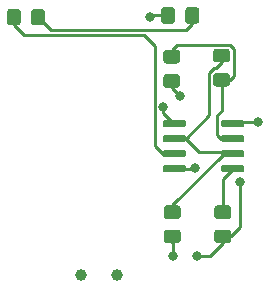
<source format=gbr>
G04 #@! TF.GenerationSoftware,KiCad,Pcbnew,(5.1.5)-3*
G04 #@! TF.CreationDate,2020-05-09T20:06:52-07:00*
G04 #@! TF.ProjectId,Rosie_SMD,526f7369-655f-4534-9d44-2e6b69636164,Version A2*
G04 #@! TF.SameCoordinates,Original*
G04 #@! TF.FileFunction,Copper,L1,Top*
G04 #@! TF.FilePolarity,Positive*
%FSLAX46Y46*%
G04 Gerber Fmt 4.6, Leading zero omitted, Abs format (unit mm)*
G04 Created by KiCad (PCBNEW (5.1.5)-3) date 2020-05-09 20:06:52*
%MOMM*%
%LPD*%
G04 APERTURE LIST*
%ADD10C,0.100000*%
%ADD11C,1.000000*%
%ADD12C,0.800000*%
%ADD13C,0.250000*%
G04 APERTURE END LIST*
G04 #@! TA.AperFunction,SMDPad,CuDef*
D10*
G36*
X125036105Y-106097204D02*
G01*
X125060373Y-106100804D01*
X125084172Y-106106765D01*
X125107271Y-106115030D01*
X125129450Y-106125520D01*
X125150493Y-106138132D01*
X125170199Y-106152747D01*
X125188377Y-106169223D01*
X125204853Y-106187401D01*
X125219468Y-106207107D01*
X125232080Y-106228150D01*
X125242570Y-106250329D01*
X125250835Y-106273428D01*
X125256796Y-106297227D01*
X125260396Y-106321495D01*
X125261600Y-106345999D01*
X125261600Y-106996001D01*
X125260396Y-107020505D01*
X125256796Y-107044773D01*
X125250835Y-107068572D01*
X125242570Y-107091671D01*
X125232080Y-107113850D01*
X125219468Y-107134893D01*
X125204853Y-107154599D01*
X125188377Y-107172777D01*
X125170199Y-107189253D01*
X125150493Y-107203868D01*
X125129450Y-107216480D01*
X125107271Y-107226970D01*
X125084172Y-107235235D01*
X125060373Y-107241196D01*
X125036105Y-107244796D01*
X125011601Y-107246000D01*
X124111599Y-107246000D01*
X124087095Y-107244796D01*
X124062827Y-107241196D01*
X124039028Y-107235235D01*
X124015929Y-107226970D01*
X123993750Y-107216480D01*
X123972707Y-107203868D01*
X123953001Y-107189253D01*
X123934823Y-107172777D01*
X123918347Y-107154599D01*
X123903732Y-107134893D01*
X123891120Y-107113850D01*
X123880630Y-107091671D01*
X123872365Y-107068572D01*
X123866404Y-107044773D01*
X123862804Y-107020505D01*
X123861600Y-106996001D01*
X123861600Y-106345999D01*
X123862804Y-106321495D01*
X123866404Y-106297227D01*
X123872365Y-106273428D01*
X123880630Y-106250329D01*
X123891120Y-106228150D01*
X123903732Y-106207107D01*
X123918347Y-106187401D01*
X123934823Y-106169223D01*
X123953001Y-106152747D01*
X123972707Y-106138132D01*
X123993750Y-106125520D01*
X124015929Y-106115030D01*
X124039028Y-106106765D01*
X124062827Y-106100804D01*
X124087095Y-106097204D01*
X124111599Y-106096000D01*
X125011601Y-106096000D01*
X125036105Y-106097204D01*
G37*
G04 #@! TD.AperFunction*
G04 #@! TA.AperFunction,SMDPad,CuDef*
G36*
X125036105Y-108147204D02*
G01*
X125060373Y-108150804D01*
X125084172Y-108156765D01*
X125107271Y-108165030D01*
X125129450Y-108175520D01*
X125150493Y-108188132D01*
X125170199Y-108202747D01*
X125188377Y-108219223D01*
X125204853Y-108237401D01*
X125219468Y-108257107D01*
X125232080Y-108278150D01*
X125242570Y-108300329D01*
X125250835Y-108323428D01*
X125256796Y-108347227D01*
X125260396Y-108371495D01*
X125261600Y-108395999D01*
X125261600Y-109046001D01*
X125260396Y-109070505D01*
X125256796Y-109094773D01*
X125250835Y-109118572D01*
X125242570Y-109141671D01*
X125232080Y-109163850D01*
X125219468Y-109184893D01*
X125204853Y-109204599D01*
X125188377Y-109222777D01*
X125170199Y-109239253D01*
X125150493Y-109253868D01*
X125129450Y-109266480D01*
X125107271Y-109276970D01*
X125084172Y-109285235D01*
X125060373Y-109291196D01*
X125036105Y-109294796D01*
X125011601Y-109296000D01*
X124111599Y-109296000D01*
X124087095Y-109294796D01*
X124062827Y-109291196D01*
X124039028Y-109285235D01*
X124015929Y-109276970D01*
X123993750Y-109266480D01*
X123972707Y-109253868D01*
X123953001Y-109239253D01*
X123934823Y-109222777D01*
X123918347Y-109204599D01*
X123903732Y-109184893D01*
X123891120Y-109163850D01*
X123880630Y-109141671D01*
X123872365Y-109118572D01*
X123866404Y-109094773D01*
X123862804Y-109070505D01*
X123861600Y-109046001D01*
X123861600Y-108395999D01*
X123862804Y-108371495D01*
X123866404Y-108347227D01*
X123872365Y-108323428D01*
X123880630Y-108300329D01*
X123891120Y-108278150D01*
X123903732Y-108257107D01*
X123918347Y-108237401D01*
X123934823Y-108219223D01*
X123953001Y-108202747D01*
X123972707Y-108188132D01*
X123993750Y-108175520D01*
X124015929Y-108165030D01*
X124039028Y-108156765D01*
X124062827Y-108150804D01*
X124087095Y-108147204D01*
X124111599Y-108146000D01*
X125011601Y-108146000D01*
X125036105Y-108147204D01*
G37*
G04 #@! TD.AperFunction*
G04 #@! TA.AperFunction,SMDPad,CuDef*
G36*
X129303305Y-108147204D02*
G01*
X129327573Y-108150804D01*
X129351372Y-108156765D01*
X129374471Y-108165030D01*
X129396650Y-108175520D01*
X129417693Y-108188132D01*
X129437399Y-108202747D01*
X129455577Y-108219223D01*
X129472053Y-108237401D01*
X129486668Y-108257107D01*
X129499280Y-108278150D01*
X129509770Y-108300329D01*
X129518035Y-108323428D01*
X129523996Y-108347227D01*
X129527596Y-108371495D01*
X129528800Y-108395999D01*
X129528800Y-109046001D01*
X129527596Y-109070505D01*
X129523996Y-109094773D01*
X129518035Y-109118572D01*
X129509770Y-109141671D01*
X129499280Y-109163850D01*
X129486668Y-109184893D01*
X129472053Y-109204599D01*
X129455577Y-109222777D01*
X129437399Y-109239253D01*
X129417693Y-109253868D01*
X129396650Y-109266480D01*
X129374471Y-109276970D01*
X129351372Y-109285235D01*
X129327573Y-109291196D01*
X129303305Y-109294796D01*
X129278801Y-109296000D01*
X128378799Y-109296000D01*
X128354295Y-109294796D01*
X128330027Y-109291196D01*
X128306228Y-109285235D01*
X128283129Y-109276970D01*
X128260950Y-109266480D01*
X128239907Y-109253868D01*
X128220201Y-109239253D01*
X128202023Y-109222777D01*
X128185547Y-109204599D01*
X128170932Y-109184893D01*
X128158320Y-109163850D01*
X128147830Y-109141671D01*
X128139565Y-109118572D01*
X128133604Y-109094773D01*
X128130004Y-109070505D01*
X128128800Y-109046001D01*
X128128800Y-108395999D01*
X128130004Y-108371495D01*
X128133604Y-108347227D01*
X128139565Y-108323428D01*
X128147830Y-108300329D01*
X128158320Y-108278150D01*
X128170932Y-108257107D01*
X128185547Y-108237401D01*
X128202023Y-108219223D01*
X128220201Y-108202747D01*
X128239907Y-108188132D01*
X128260950Y-108175520D01*
X128283129Y-108165030D01*
X128306228Y-108156765D01*
X128330027Y-108150804D01*
X128354295Y-108147204D01*
X128378799Y-108146000D01*
X129278801Y-108146000D01*
X129303305Y-108147204D01*
G37*
G04 #@! TD.AperFunction*
G04 #@! TA.AperFunction,SMDPad,CuDef*
G36*
X129303305Y-106097204D02*
G01*
X129327573Y-106100804D01*
X129351372Y-106106765D01*
X129374471Y-106115030D01*
X129396650Y-106125520D01*
X129417693Y-106138132D01*
X129437399Y-106152747D01*
X129455577Y-106169223D01*
X129472053Y-106187401D01*
X129486668Y-106207107D01*
X129499280Y-106228150D01*
X129509770Y-106250329D01*
X129518035Y-106273428D01*
X129523996Y-106297227D01*
X129527596Y-106321495D01*
X129528800Y-106345999D01*
X129528800Y-106996001D01*
X129527596Y-107020505D01*
X129523996Y-107044773D01*
X129518035Y-107068572D01*
X129509770Y-107091671D01*
X129499280Y-107113850D01*
X129486668Y-107134893D01*
X129472053Y-107154599D01*
X129455577Y-107172777D01*
X129437399Y-107189253D01*
X129417693Y-107203868D01*
X129396650Y-107216480D01*
X129374471Y-107226970D01*
X129351372Y-107235235D01*
X129327573Y-107241196D01*
X129303305Y-107244796D01*
X129278801Y-107246000D01*
X128378799Y-107246000D01*
X128354295Y-107244796D01*
X128330027Y-107241196D01*
X128306228Y-107235235D01*
X128283129Y-107226970D01*
X128260950Y-107216480D01*
X128239907Y-107203868D01*
X128220201Y-107189253D01*
X128202023Y-107172777D01*
X128185547Y-107154599D01*
X128170932Y-107134893D01*
X128158320Y-107113850D01*
X128147830Y-107091671D01*
X128139565Y-107068572D01*
X128133604Y-107044773D01*
X128130004Y-107020505D01*
X128128800Y-106996001D01*
X128128800Y-106345999D01*
X128130004Y-106321495D01*
X128133604Y-106297227D01*
X128139565Y-106273428D01*
X128147830Y-106250329D01*
X128158320Y-106228150D01*
X128170932Y-106207107D01*
X128185547Y-106187401D01*
X128202023Y-106169223D01*
X128220201Y-106152747D01*
X128239907Y-106138132D01*
X128260950Y-106125520D01*
X128283129Y-106115030D01*
X128306228Y-106106765D01*
X128330027Y-106100804D01*
X128354295Y-106097204D01*
X128378799Y-106096000D01*
X129278801Y-106096000D01*
X129303305Y-106097204D01*
G37*
G04 #@! TD.AperFunction*
G04 #@! TA.AperFunction,SMDPad,CuDef*
G36*
X124546505Y-89318804D02*
G01*
X124570773Y-89322404D01*
X124594572Y-89328365D01*
X124617671Y-89336630D01*
X124639850Y-89347120D01*
X124660893Y-89359732D01*
X124680599Y-89374347D01*
X124698777Y-89390823D01*
X124715253Y-89409001D01*
X124729868Y-89428707D01*
X124742480Y-89449750D01*
X124752970Y-89471929D01*
X124761235Y-89495028D01*
X124767196Y-89518827D01*
X124770796Y-89543095D01*
X124772000Y-89567599D01*
X124772000Y-90467601D01*
X124770796Y-90492105D01*
X124767196Y-90516373D01*
X124761235Y-90540172D01*
X124752970Y-90563271D01*
X124742480Y-90585450D01*
X124729868Y-90606493D01*
X124715253Y-90626199D01*
X124698777Y-90644377D01*
X124680599Y-90660853D01*
X124660893Y-90675468D01*
X124639850Y-90688080D01*
X124617671Y-90698570D01*
X124594572Y-90706835D01*
X124570773Y-90712796D01*
X124546505Y-90716396D01*
X124522001Y-90717600D01*
X123871999Y-90717600D01*
X123847495Y-90716396D01*
X123823227Y-90712796D01*
X123799428Y-90706835D01*
X123776329Y-90698570D01*
X123754150Y-90688080D01*
X123733107Y-90675468D01*
X123713401Y-90660853D01*
X123695223Y-90644377D01*
X123678747Y-90626199D01*
X123664132Y-90606493D01*
X123651520Y-90585450D01*
X123641030Y-90563271D01*
X123632765Y-90540172D01*
X123626804Y-90516373D01*
X123623204Y-90492105D01*
X123622000Y-90467601D01*
X123622000Y-89567599D01*
X123623204Y-89543095D01*
X123626804Y-89518827D01*
X123632765Y-89495028D01*
X123641030Y-89471929D01*
X123651520Y-89449750D01*
X123664132Y-89428707D01*
X123678747Y-89409001D01*
X123695223Y-89390823D01*
X123713401Y-89374347D01*
X123733107Y-89359732D01*
X123754150Y-89347120D01*
X123776329Y-89336630D01*
X123799428Y-89328365D01*
X123823227Y-89322404D01*
X123847495Y-89318804D01*
X123871999Y-89317600D01*
X124522001Y-89317600D01*
X124546505Y-89318804D01*
G37*
G04 #@! TD.AperFunction*
G04 #@! TA.AperFunction,SMDPad,CuDef*
G36*
X126596505Y-89318804D02*
G01*
X126620773Y-89322404D01*
X126644572Y-89328365D01*
X126667671Y-89336630D01*
X126689850Y-89347120D01*
X126710893Y-89359732D01*
X126730599Y-89374347D01*
X126748777Y-89390823D01*
X126765253Y-89409001D01*
X126779868Y-89428707D01*
X126792480Y-89449750D01*
X126802970Y-89471929D01*
X126811235Y-89495028D01*
X126817196Y-89518827D01*
X126820796Y-89543095D01*
X126822000Y-89567599D01*
X126822000Y-90467601D01*
X126820796Y-90492105D01*
X126817196Y-90516373D01*
X126811235Y-90540172D01*
X126802970Y-90563271D01*
X126792480Y-90585450D01*
X126779868Y-90606493D01*
X126765253Y-90626199D01*
X126748777Y-90644377D01*
X126730599Y-90660853D01*
X126710893Y-90675468D01*
X126689850Y-90688080D01*
X126667671Y-90698570D01*
X126644572Y-90706835D01*
X126620773Y-90712796D01*
X126596505Y-90716396D01*
X126572001Y-90717600D01*
X125921999Y-90717600D01*
X125897495Y-90716396D01*
X125873227Y-90712796D01*
X125849428Y-90706835D01*
X125826329Y-90698570D01*
X125804150Y-90688080D01*
X125783107Y-90675468D01*
X125763401Y-90660853D01*
X125745223Y-90644377D01*
X125728747Y-90626199D01*
X125714132Y-90606493D01*
X125701520Y-90585450D01*
X125691030Y-90563271D01*
X125682765Y-90540172D01*
X125676804Y-90516373D01*
X125673204Y-90492105D01*
X125672000Y-90467601D01*
X125672000Y-89567599D01*
X125673204Y-89543095D01*
X125676804Y-89518827D01*
X125682765Y-89495028D01*
X125691030Y-89471929D01*
X125701520Y-89449750D01*
X125714132Y-89428707D01*
X125728747Y-89409001D01*
X125745223Y-89390823D01*
X125763401Y-89374347D01*
X125783107Y-89359732D01*
X125804150Y-89347120D01*
X125826329Y-89336630D01*
X125849428Y-89328365D01*
X125873227Y-89322404D01*
X125897495Y-89318804D01*
X125921999Y-89317600D01*
X126572001Y-89317600D01*
X126596505Y-89318804D01*
G37*
G04 #@! TD.AperFunction*
G04 #@! TA.AperFunction,SMDPad,CuDef*
G36*
X124985305Y-94990004D02*
G01*
X125009573Y-94993604D01*
X125033372Y-94999565D01*
X125056471Y-95007830D01*
X125078650Y-95018320D01*
X125099693Y-95030932D01*
X125119399Y-95045547D01*
X125137577Y-95062023D01*
X125154053Y-95080201D01*
X125168668Y-95099907D01*
X125181280Y-95120950D01*
X125191770Y-95143129D01*
X125200035Y-95166228D01*
X125205996Y-95190027D01*
X125209596Y-95214295D01*
X125210800Y-95238799D01*
X125210800Y-95888801D01*
X125209596Y-95913305D01*
X125205996Y-95937573D01*
X125200035Y-95961372D01*
X125191770Y-95984471D01*
X125181280Y-96006650D01*
X125168668Y-96027693D01*
X125154053Y-96047399D01*
X125137577Y-96065577D01*
X125119399Y-96082053D01*
X125099693Y-96096668D01*
X125078650Y-96109280D01*
X125056471Y-96119770D01*
X125033372Y-96128035D01*
X125009573Y-96133996D01*
X124985305Y-96137596D01*
X124960801Y-96138800D01*
X124060799Y-96138800D01*
X124036295Y-96137596D01*
X124012027Y-96133996D01*
X123988228Y-96128035D01*
X123965129Y-96119770D01*
X123942950Y-96109280D01*
X123921907Y-96096668D01*
X123902201Y-96082053D01*
X123884023Y-96065577D01*
X123867547Y-96047399D01*
X123852932Y-96027693D01*
X123840320Y-96006650D01*
X123829830Y-95984471D01*
X123821565Y-95961372D01*
X123815604Y-95937573D01*
X123812004Y-95913305D01*
X123810800Y-95888801D01*
X123810800Y-95238799D01*
X123812004Y-95214295D01*
X123815604Y-95190027D01*
X123821565Y-95166228D01*
X123829830Y-95143129D01*
X123840320Y-95120950D01*
X123852932Y-95099907D01*
X123867547Y-95080201D01*
X123884023Y-95062023D01*
X123902201Y-95045547D01*
X123921907Y-95030932D01*
X123942950Y-95018320D01*
X123965129Y-95007830D01*
X123988228Y-94999565D01*
X124012027Y-94993604D01*
X124036295Y-94990004D01*
X124060799Y-94988800D01*
X124960801Y-94988800D01*
X124985305Y-94990004D01*
G37*
G04 #@! TD.AperFunction*
G04 #@! TA.AperFunction,SMDPad,CuDef*
G36*
X124985305Y-92940004D02*
G01*
X125009573Y-92943604D01*
X125033372Y-92949565D01*
X125056471Y-92957830D01*
X125078650Y-92968320D01*
X125099693Y-92980932D01*
X125119399Y-92995547D01*
X125137577Y-93012023D01*
X125154053Y-93030201D01*
X125168668Y-93049907D01*
X125181280Y-93070950D01*
X125191770Y-93093129D01*
X125200035Y-93116228D01*
X125205996Y-93140027D01*
X125209596Y-93164295D01*
X125210800Y-93188799D01*
X125210800Y-93838801D01*
X125209596Y-93863305D01*
X125205996Y-93887573D01*
X125200035Y-93911372D01*
X125191770Y-93934471D01*
X125181280Y-93956650D01*
X125168668Y-93977693D01*
X125154053Y-93997399D01*
X125137577Y-94015577D01*
X125119399Y-94032053D01*
X125099693Y-94046668D01*
X125078650Y-94059280D01*
X125056471Y-94069770D01*
X125033372Y-94078035D01*
X125009573Y-94083996D01*
X124985305Y-94087596D01*
X124960801Y-94088800D01*
X124060799Y-94088800D01*
X124036295Y-94087596D01*
X124012027Y-94083996D01*
X123988228Y-94078035D01*
X123965129Y-94069770D01*
X123942950Y-94059280D01*
X123921907Y-94046668D01*
X123902201Y-94032053D01*
X123884023Y-94015577D01*
X123867547Y-93997399D01*
X123852932Y-93977693D01*
X123840320Y-93956650D01*
X123829830Y-93934471D01*
X123821565Y-93911372D01*
X123815604Y-93887573D01*
X123812004Y-93863305D01*
X123810800Y-93838801D01*
X123810800Y-93188799D01*
X123812004Y-93164295D01*
X123815604Y-93140027D01*
X123821565Y-93116228D01*
X123829830Y-93093129D01*
X123840320Y-93070950D01*
X123852932Y-93049907D01*
X123867547Y-93030201D01*
X123884023Y-93012023D01*
X123902201Y-92995547D01*
X123921907Y-92980932D01*
X123942950Y-92968320D01*
X123965129Y-92957830D01*
X123988228Y-92949565D01*
X124012027Y-92943604D01*
X124036295Y-92940004D01*
X124060799Y-92938800D01*
X124960801Y-92938800D01*
X124985305Y-92940004D01*
G37*
G04 #@! TD.AperFunction*
G04 #@! TA.AperFunction,SMDPad,CuDef*
G36*
X129201705Y-92838404D02*
G01*
X129225973Y-92842004D01*
X129249772Y-92847965D01*
X129272871Y-92856230D01*
X129295050Y-92866720D01*
X129316093Y-92879332D01*
X129335799Y-92893947D01*
X129353977Y-92910423D01*
X129370453Y-92928601D01*
X129385068Y-92948307D01*
X129397680Y-92969350D01*
X129408170Y-92991529D01*
X129416435Y-93014628D01*
X129422396Y-93038427D01*
X129425996Y-93062695D01*
X129427200Y-93087199D01*
X129427200Y-93737201D01*
X129425996Y-93761705D01*
X129422396Y-93785973D01*
X129416435Y-93809772D01*
X129408170Y-93832871D01*
X129397680Y-93855050D01*
X129385068Y-93876093D01*
X129370453Y-93895799D01*
X129353977Y-93913977D01*
X129335799Y-93930453D01*
X129316093Y-93945068D01*
X129295050Y-93957680D01*
X129272871Y-93968170D01*
X129249772Y-93976435D01*
X129225973Y-93982396D01*
X129201705Y-93985996D01*
X129177201Y-93987200D01*
X128277199Y-93987200D01*
X128252695Y-93985996D01*
X128228427Y-93982396D01*
X128204628Y-93976435D01*
X128181529Y-93968170D01*
X128159350Y-93957680D01*
X128138307Y-93945068D01*
X128118601Y-93930453D01*
X128100423Y-93913977D01*
X128083947Y-93895799D01*
X128069332Y-93876093D01*
X128056720Y-93855050D01*
X128046230Y-93832871D01*
X128037965Y-93809772D01*
X128032004Y-93785973D01*
X128028404Y-93761705D01*
X128027200Y-93737201D01*
X128027200Y-93087199D01*
X128028404Y-93062695D01*
X128032004Y-93038427D01*
X128037965Y-93014628D01*
X128046230Y-92991529D01*
X128056720Y-92969350D01*
X128069332Y-92948307D01*
X128083947Y-92928601D01*
X128100423Y-92910423D01*
X128118601Y-92893947D01*
X128138307Y-92879332D01*
X128159350Y-92866720D01*
X128181529Y-92856230D01*
X128204628Y-92847965D01*
X128228427Y-92842004D01*
X128252695Y-92838404D01*
X128277199Y-92837200D01*
X129177201Y-92837200D01*
X129201705Y-92838404D01*
G37*
G04 #@! TD.AperFunction*
G04 #@! TA.AperFunction,SMDPad,CuDef*
G36*
X129201705Y-94888404D02*
G01*
X129225973Y-94892004D01*
X129249772Y-94897965D01*
X129272871Y-94906230D01*
X129295050Y-94916720D01*
X129316093Y-94929332D01*
X129335799Y-94943947D01*
X129353977Y-94960423D01*
X129370453Y-94978601D01*
X129385068Y-94998307D01*
X129397680Y-95019350D01*
X129408170Y-95041529D01*
X129416435Y-95064628D01*
X129422396Y-95088427D01*
X129425996Y-95112695D01*
X129427200Y-95137199D01*
X129427200Y-95787201D01*
X129425996Y-95811705D01*
X129422396Y-95835973D01*
X129416435Y-95859772D01*
X129408170Y-95882871D01*
X129397680Y-95905050D01*
X129385068Y-95926093D01*
X129370453Y-95945799D01*
X129353977Y-95963977D01*
X129335799Y-95980453D01*
X129316093Y-95995068D01*
X129295050Y-96007680D01*
X129272871Y-96018170D01*
X129249772Y-96026435D01*
X129225973Y-96032396D01*
X129201705Y-96035996D01*
X129177201Y-96037200D01*
X128277199Y-96037200D01*
X128252695Y-96035996D01*
X128228427Y-96032396D01*
X128204628Y-96026435D01*
X128181529Y-96018170D01*
X128159350Y-96007680D01*
X128138307Y-95995068D01*
X128118601Y-95980453D01*
X128100423Y-95963977D01*
X128083947Y-95945799D01*
X128069332Y-95926093D01*
X128056720Y-95905050D01*
X128046230Y-95882871D01*
X128037965Y-95859772D01*
X128032004Y-95835973D01*
X128028404Y-95811705D01*
X128027200Y-95787201D01*
X128027200Y-95137199D01*
X128028404Y-95112695D01*
X128032004Y-95088427D01*
X128037965Y-95064628D01*
X128046230Y-95041529D01*
X128056720Y-95019350D01*
X128069332Y-94998307D01*
X128083947Y-94978601D01*
X128100423Y-94960423D01*
X128118601Y-94943947D01*
X128138307Y-94929332D01*
X128159350Y-94916720D01*
X128181529Y-94906230D01*
X128204628Y-94897965D01*
X128228427Y-94892004D01*
X128252695Y-94888404D01*
X128277199Y-94887200D01*
X129177201Y-94887200D01*
X129201705Y-94888404D01*
G37*
G04 #@! TD.AperFunction*
G04 #@! TA.AperFunction,SMDPad,CuDef*
G36*
X111490905Y-89471204D02*
G01*
X111515173Y-89474804D01*
X111538972Y-89480765D01*
X111562071Y-89489030D01*
X111584250Y-89499520D01*
X111605293Y-89512132D01*
X111624999Y-89526747D01*
X111643177Y-89543223D01*
X111659653Y-89561401D01*
X111674268Y-89581107D01*
X111686880Y-89602150D01*
X111697370Y-89624329D01*
X111705635Y-89647428D01*
X111711596Y-89671227D01*
X111715196Y-89695495D01*
X111716400Y-89719999D01*
X111716400Y-90620001D01*
X111715196Y-90644505D01*
X111711596Y-90668773D01*
X111705635Y-90692572D01*
X111697370Y-90715671D01*
X111686880Y-90737850D01*
X111674268Y-90758893D01*
X111659653Y-90778599D01*
X111643177Y-90796777D01*
X111624999Y-90813253D01*
X111605293Y-90827868D01*
X111584250Y-90840480D01*
X111562071Y-90850970D01*
X111538972Y-90859235D01*
X111515173Y-90865196D01*
X111490905Y-90868796D01*
X111466401Y-90870000D01*
X110816399Y-90870000D01*
X110791895Y-90868796D01*
X110767627Y-90865196D01*
X110743828Y-90859235D01*
X110720729Y-90850970D01*
X110698550Y-90840480D01*
X110677507Y-90827868D01*
X110657801Y-90813253D01*
X110639623Y-90796777D01*
X110623147Y-90778599D01*
X110608532Y-90758893D01*
X110595920Y-90737850D01*
X110585430Y-90715671D01*
X110577165Y-90692572D01*
X110571204Y-90668773D01*
X110567604Y-90644505D01*
X110566400Y-90620001D01*
X110566400Y-89719999D01*
X110567604Y-89695495D01*
X110571204Y-89671227D01*
X110577165Y-89647428D01*
X110585430Y-89624329D01*
X110595920Y-89602150D01*
X110608532Y-89581107D01*
X110623147Y-89561401D01*
X110639623Y-89543223D01*
X110657801Y-89526747D01*
X110677507Y-89512132D01*
X110698550Y-89499520D01*
X110720729Y-89489030D01*
X110743828Y-89480765D01*
X110767627Y-89474804D01*
X110791895Y-89471204D01*
X110816399Y-89470000D01*
X111466401Y-89470000D01*
X111490905Y-89471204D01*
G37*
G04 #@! TD.AperFunction*
G04 #@! TA.AperFunction,SMDPad,CuDef*
G36*
X113540905Y-89471204D02*
G01*
X113565173Y-89474804D01*
X113588972Y-89480765D01*
X113612071Y-89489030D01*
X113634250Y-89499520D01*
X113655293Y-89512132D01*
X113674999Y-89526747D01*
X113693177Y-89543223D01*
X113709653Y-89561401D01*
X113724268Y-89581107D01*
X113736880Y-89602150D01*
X113747370Y-89624329D01*
X113755635Y-89647428D01*
X113761596Y-89671227D01*
X113765196Y-89695495D01*
X113766400Y-89719999D01*
X113766400Y-90620001D01*
X113765196Y-90644505D01*
X113761596Y-90668773D01*
X113755635Y-90692572D01*
X113747370Y-90715671D01*
X113736880Y-90737850D01*
X113724268Y-90758893D01*
X113709653Y-90778599D01*
X113693177Y-90796777D01*
X113674999Y-90813253D01*
X113655293Y-90827868D01*
X113634250Y-90840480D01*
X113612071Y-90850970D01*
X113588972Y-90859235D01*
X113565173Y-90865196D01*
X113540905Y-90868796D01*
X113516401Y-90870000D01*
X112866399Y-90870000D01*
X112841895Y-90868796D01*
X112817627Y-90865196D01*
X112793828Y-90859235D01*
X112770729Y-90850970D01*
X112748550Y-90840480D01*
X112727507Y-90827868D01*
X112707801Y-90813253D01*
X112689623Y-90796777D01*
X112673147Y-90778599D01*
X112658532Y-90758893D01*
X112645920Y-90737850D01*
X112635430Y-90715671D01*
X112627165Y-90692572D01*
X112621204Y-90668773D01*
X112617604Y-90644505D01*
X112616400Y-90620001D01*
X112616400Y-89719999D01*
X112617604Y-89695495D01*
X112621204Y-89671227D01*
X112627165Y-89647428D01*
X112635430Y-89624329D01*
X112645920Y-89602150D01*
X112658532Y-89581107D01*
X112673147Y-89561401D01*
X112689623Y-89543223D01*
X112707801Y-89526747D01*
X112727507Y-89512132D01*
X112748550Y-89499520D01*
X112770729Y-89489030D01*
X112793828Y-89480765D01*
X112817627Y-89474804D01*
X112841895Y-89471204D01*
X112866399Y-89470000D01*
X113516401Y-89470000D01*
X113540905Y-89471204D01*
G37*
G04 #@! TD.AperFunction*
D11*
X116864000Y-112014000D03*
X119864000Y-112014000D03*
G04 #@! TA.AperFunction,SMDPad,CuDef*
D10*
G36*
X125567903Y-98887722D02*
G01*
X125582464Y-98889882D01*
X125596743Y-98893459D01*
X125610603Y-98898418D01*
X125623910Y-98904712D01*
X125636536Y-98912280D01*
X125648359Y-98921048D01*
X125659266Y-98930934D01*
X125669152Y-98941841D01*
X125677920Y-98953664D01*
X125685488Y-98966290D01*
X125691782Y-98979597D01*
X125696741Y-98993457D01*
X125700318Y-99007736D01*
X125702478Y-99022297D01*
X125703200Y-99037000D01*
X125703200Y-99337000D01*
X125702478Y-99351703D01*
X125700318Y-99366264D01*
X125696741Y-99380543D01*
X125691782Y-99394403D01*
X125685488Y-99407710D01*
X125677920Y-99420336D01*
X125669152Y-99432159D01*
X125659266Y-99443066D01*
X125648359Y-99452952D01*
X125636536Y-99461720D01*
X125623910Y-99469288D01*
X125610603Y-99475582D01*
X125596743Y-99480541D01*
X125582464Y-99484118D01*
X125567903Y-99486278D01*
X125553200Y-99487000D01*
X123903200Y-99487000D01*
X123888497Y-99486278D01*
X123873936Y-99484118D01*
X123859657Y-99480541D01*
X123845797Y-99475582D01*
X123832490Y-99469288D01*
X123819864Y-99461720D01*
X123808041Y-99452952D01*
X123797134Y-99443066D01*
X123787248Y-99432159D01*
X123778480Y-99420336D01*
X123770912Y-99407710D01*
X123764618Y-99394403D01*
X123759659Y-99380543D01*
X123756082Y-99366264D01*
X123753922Y-99351703D01*
X123753200Y-99337000D01*
X123753200Y-99037000D01*
X123753922Y-99022297D01*
X123756082Y-99007736D01*
X123759659Y-98993457D01*
X123764618Y-98979597D01*
X123770912Y-98966290D01*
X123778480Y-98953664D01*
X123787248Y-98941841D01*
X123797134Y-98930934D01*
X123808041Y-98921048D01*
X123819864Y-98912280D01*
X123832490Y-98904712D01*
X123845797Y-98898418D01*
X123859657Y-98893459D01*
X123873936Y-98889882D01*
X123888497Y-98887722D01*
X123903200Y-98887000D01*
X125553200Y-98887000D01*
X125567903Y-98887722D01*
G37*
G04 #@! TD.AperFunction*
G04 #@! TA.AperFunction,SMDPad,CuDef*
G36*
X125567903Y-100157722D02*
G01*
X125582464Y-100159882D01*
X125596743Y-100163459D01*
X125610603Y-100168418D01*
X125623910Y-100174712D01*
X125636536Y-100182280D01*
X125648359Y-100191048D01*
X125659266Y-100200934D01*
X125669152Y-100211841D01*
X125677920Y-100223664D01*
X125685488Y-100236290D01*
X125691782Y-100249597D01*
X125696741Y-100263457D01*
X125700318Y-100277736D01*
X125702478Y-100292297D01*
X125703200Y-100307000D01*
X125703200Y-100607000D01*
X125702478Y-100621703D01*
X125700318Y-100636264D01*
X125696741Y-100650543D01*
X125691782Y-100664403D01*
X125685488Y-100677710D01*
X125677920Y-100690336D01*
X125669152Y-100702159D01*
X125659266Y-100713066D01*
X125648359Y-100722952D01*
X125636536Y-100731720D01*
X125623910Y-100739288D01*
X125610603Y-100745582D01*
X125596743Y-100750541D01*
X125582464Y-100754118D01*
X125567903Y-100756278D01*
X125553200Y-100757000D01*
X123903200Y-100757000D01*
X123888497Y-100756278D01*
X123873936Y-100754118D01*
X123859657Y-100750541D01*
X123845797Y-100745582D01*
X123832490Y-100739288D01*
X123819864Y-100731720D01*
X123808041Y-100722952D01*
X123797134Y-100713066D01*
X123787248Y-100702159D01*
X123778480Y-100690336D01*
X123770912Y-100677710D01*
X123764618Y-100664403D01*
X123759659Y-100650543D01*
X123756082Y-100636264D01*
X123753922Y-100621703D01*
X123753200Y-100607000D01*
X123753200Y-100307000D01*
X123753922Y-100292297D01*
X123756082Y-100277736D01*
X123759659Y-100263457D01*
X123764618Y-100249597D01*
X123770912Y-100236290D01*
X123778480Y-100223664D01*
X123787248Y-100211841D01*
X123797134Y-100200934D01*
X123808041Y-100191048D01*
X123819864Y-100182280D01*
X123832490Y-100174712D01*
X123845797Y-100168418D01*
X123859657Y-100163459D01*
X123873936Y-100159882D01*
X123888497Y-100157722D01*
X123903200Y-100157000D01*
X125553200Y-100157000D01*
X125567903Y-100157722D01*
G37*
G04 #@! TD.AperFunction*
G04 #@! TA.AperFunction,SMDPad,CuDef*
G36*
X125567903Y-101427722D02*
G01*
X125582464Y-101429882D01*
X125596743Y-101433459D01*
X125610603Y-101438418D01*
X125623910Y-101444712D01*
X125636536Y-101452280D01*
X125648359Y-101461048D01*
X125659266Y-101470934D01*
X125669152Y-101481841D01*
X125677920Y-101493664D01*
X125685488Y-101506290D01*
X125691782Y-101519597D01*
X125696741Y-101533457D01*
X125700318Y-101547736D01*
X125702478Y-101562297D01*
X125703200Y-101577000D01*
X125703200Y-101877000D01*
X125702478Y-101891703D01*
X125700318Y-101906264D01*
X125696741Y-101920543D01*
X125691782Y-101934403D01*
X125685488Y-101947710D01*
X125677920Y-101960336D01*
X125669152Y-101972159D01*
X125659266Y-101983066D01*
X125648359Y-101992952D01*
X125636536Y-102001720D01*
X125623910Y-102009288D01*
X125610603Y-102015582D01*
X125596743Y-102020541D01*
X125582464Y-102024118D01*
X125567903Y-102026278D01*
X125553200Y-102027000D01*
X123903200Y-102027000D01*
X123888497Y-102026278D01*
X123873936Y-102024118D01*
X123859657Y-102020541D01*
X123845797Y-102015582D01*
X123832490Y-102009288D01*
X123819864Y-102001720D01*
X123808041Y-101992952D01*
X123797134Y-101983066D01*
X123787248Y-101972159D01*
X123778480Y-101960336D01*
X123770912Y-101947710D01*
X123764618Y-101934403D01*
X123759659Y-101920543D01*
X123756082Y-101906264D01*
X123753922Y-101891703D01*
X123753200Y-101877000D01*
X123753200Y-101577000D01*
X123753922Y-101562297D01*
X123756082Y-101547736D01*
X123759659Y-101533457D01*
X123764618Y-101519597D01*
X123770912Y-101506290D01*
X123778480Y-101493664D01*
X123787248Y-101481841D01*
X123797134Y-101470934D01*
X123808041Y-101461048D01*
X123819864Y-101452280D01*
X123832490Y-101444712D01*
X123845797Y-101438418D01*
X123859657Y-101433459D01*
X123873936Y-101429882D01*
X123888497Y-101427722D01*
X123903200Y-101427000D01*
X125553200Y-101427000D01*
X125567903Y-101427722D01*
G37*
G04 #@! TD.AperFunction*
G04 #@! TA.AperFunction,SMDPad,CuDef*
G36*
X125567903Y-102697722D02*
G01*
X125582464Y-102699882D01*
X125596743Y-102703459D01*
X125610603Y-102708418D01*
X125623910Y-102714712D01*
X125636536Y-102722280D01*
X125648359Y-102731048D01*
X125659266Y-102740934D01*
X125669152Y-102751841D01*
X125677920Y-102763664D01*
X125685488Y-102776290D01*
X125691782Y-102789597D01*
X125696741Y-102803457D01*
X125700318Y-102817736D01*
X125702478Y-102832297D01*
X125703200Y-102847000D01*
X125703200Y-103147000D01*
X125702478Y-103161703D01*
X125700318Y-103176264D01*
X125696741Y-103190543D01*
X125691782Y-103204403D01*
X125685488Y-103217710D01*
X125677920Y-103230336D01*
X125669152Y-103242159D01*
X125659266Y-103253066D01*
X125648359Y-103262952D01*
X125636536Y-103271720D01*
X125623910Y-103279288D01*
X125610603Y-103285582D01*
X125596743Y-103290541D01*
X125582464Y-103294118D01*
X125567903Y-103296278D01*
X125553200Y-103297000D01*
X123903200Y-103297000D01*
X123888497Y-103296278D01*
X123873936Y-103294118D01*
X123859657Y-103290541D01*
X123845797Y-103285582D01*
X123832490Y-103279288D01*
X123819864Y-103271720D01*
X123808041Y-103262952D01*
X123797134Y-103253066D01*
X123787248Y-103242159D01*
X123778480Y-103230336D01*
X123770912Y-103217710D01*
X123764618Y-103204403D01*
X123759659Y-103190543D01*
X123756082Y-103176264D01*
X123753922Y-103161703D01*
X123753200Y-103147000D01*
X123753200Y-102847000D01*
X123753922Y-102832297D01*
X123756082Y-102817736D01*
X123759659Y-102803457D01*
X123764618Y-102789597D01*
X123770912Y-102776290D01*
X123778480Y-102763664D01*
X123787248Y-102751841D01*
X123797134Y-102740934D01*
X123808041Y-102731048D01*
X123819864Y-102722280D01*
X123832490Y-102714712D01*
X123845797Y-102708418D01*
X123859657Y-102703459D01*
X123873936Y-102699882D01*
X123888497Y-102697722D01*
X123903200Y-102697000D01*
X125553200Y-102697000D01*
X125567903Y-102697722D01*
G37*
G04 #@! TD.AperFunction*
G04 #@! TA.AperFunction,SMDPad,CuDef*
G36*
X130517903Y-102697722D02*
G01*
X130532464Y-102699882D01*
X130546743Y-102703459D01*
X130560603Y-102708418D01*
X130573910Y-102714712D01*
X130586536Y-102722280D01*
X130598359Y-102731048D01*
X130609266Y-102740934D01*
X130619152Y-102751841D01*
X130627920Y-102763664D01*
X130635488Y-102776290D01*
X130641782Y-102789597D01*
X130646741Y-102803457D01*
X130650318Y-102817736D01*
X130652478Y-102832297D01*
X130653200Y-102847000D01*
X130653200Y-103147000D01*
X130652478Y-103161703D01*
X130650318Y-103176264D01*
X130646741Y-103190543D01*
X130641782Y-103204403D01*
X130635488Y-103217710D01*
X130627920Y-103230336D01*
X130619152Y-103242159D01*
X130609266Y-103253066D01*
X130598359Y-103262952D01*
X130586536Y-103271720D01*
X130573910Y-103279288D01*
X130560603Y-103285582D01*
X130546743Y-103290541D01*
X130532464Y-103294118D01*
X130517903Y-103296278D01*
X130503200Y-103297000D01*
X128853200Y-103297000D01*
X128838497Y-103296278D01*
X128823936Y-103294118D01*
X128809657Y-103290541D01*
X128795797Y-103285582D01*
X128782490Y-103279288D01*
X128769864Y-103271720D01*
X128758041Y-103262952D01*
X128747134Y-103253066D01*
X128737248Y-103242159D01*
X128728480Y-103230336D01*
X128720912Y-103217710D01*
X128714618Y-103204403D01*
X128709659Y-103190543D01*
X128706082Y-103176264D01*
X128703922Y-103161703D01*
X128703200Y-103147000D01*
X128703200Y-102847000D01*
X128703922Y-102832297D01*
X128706082Y-102817736D01*
X128709659Y-102803457D01*
X128714618Y-102789597D01*
X128720912Y-102776290D01*
X128728480Y-102763664D01*
X128737248Y-102751841D01*
X128747134Y-102740934D01*
X128758041Y-102731048D01*
X128769864Y-102722280D01*
X128782490Y-102714712D01*
X128795797Y-102708418D01*
X128809657Y-102703459D01*
X128823936Y-102699882D01*
X128838497Y-102697722D01*
X128853200Y-102697000D01*
X130503200Y-102697000D01*
X130517903Y-102697722D01*
G37*
G04 #@! TD.AperFunction*
G04 #@! TA.AperFunction,SMDPad,CuDef*
G36*
X130517903Y-101427722D02*
G01*
X130532464Y-101429882D01*
X130546743Y-101433459D01*
X130560603Y-101438418D01*
X130573910Y-101444712D01*
X130586536Y-101452280D01*
X130598359Y-101461048D01*
X130609266Y-101470934D01*
X130619152Y-101481841D01*
X130627920Y-101493664D01*
X130635488Y-101506290D01*
X130641782Y-101519597D01*
X130646741Y-101533457D01*
X130650318Y-101547736D01*
X130652478Y-101562297D01*
X130653200Y-101577000D01*
X130653200Y-101877000D01*
X130652478Y-101891703D01*
X130650318Y-101906264D01*
X130646741Y-101920543D01*
X130641782Y-101934403D01*
X130635488Y-101947710D01*
X130627920Y-101960336D01*
X130619152Y-101972159D01*
X130609266Y-101983066D01*
X130598359Y-101992952D01*
X130586536Y-102001720D01*
X130573910Y-102009288D01*
X130560603Y-102015582D01*
X130546743Y-102020541D01*
X130532464Y-102024118D01*
X130517903Y-102026278D01*
X130503200Y-102027000D01*
X128853200Y-102027000D01*
X128838497Y-102026278D01*
X128823936Y-102024118D01*
X128809657Y-102020541D01*
X128795797Y-102015582D01*
X128782490Y-102009288D01*
X128769864Y-102001720D01*
X128758041Y-101992952D01*
X128747134Y-101983066D01*
X128737248Y-101972159D01*
X128728480Y-101960336D01*
X128720912Y-101947710D01*
X128714618Y-101934403D01*
X128709659Y-101920543D01*
X128706082Y-101906264D01*
X128703922Y-101891703D01*
X128703200Y-101877000D01*
X128703200Y-101577000D01*
X128703922Y-101562297D01*
X128706082Y-101547736D01*
X128709659Y-101533457D01*
X128714618Y-101519597D01*
X128720912Y-101506290D01*
X128728480Y-101493664D01*
X128737248Y-101481841D01*
X128747134Y-101470934D01*
X128758041Y-101461048D01*
X128769864Y-101452280D01*
X128782490Y-101444712D01*
X128795797Y-101438418D01*
X128809657Y-101433459D01*
X128823936Y-101429882D01*
X128838497Y-101427722D01*
X128853200Y-101427000D01*
X130503200Y-101427000D01*
X130517903Y-101427722D01*
G37*
G04 #@! TD.AperFunction*
G04 #@! TA.AperFunction,SMDPad,CuDef*
G36*
X130517903Y-100157722D02*
G01*
X130532464Y-100159882D01*
X130546743Y-100163459D01*
X130560603Y-100168418D01*
X130573910Y-100174712D01*
X130586536Y-100182280D01*
X130598359Y-100191048D01*
X130609266Y-100200934D01*
X130619152Y-100211841D01*
X130627920Y-100223664D01*
X130635488Y-100236290D01*
X130641782Y-100249597D01*
X130646741Y-100263457D01*
X130650318Y-100277736D01*
X130652478Y-100292297D01*
X130653200Y-100307000D01*
X130653200Y-100607000D01*
X130652478Y-100621703D01*
X130650318Y-100636264D01*
X130646741Y-100650543D01*
X130641782Y-100664403D01*
X130635488Y-100677710D01*
X130627920Y-100690336D01*
X130619152Y-100702159D01*
X130609266Y-100713066D01*
X130598359Y-100722952D01*
X130586536Y-100731720D01*
X130573910Y-100739288D01*
X130560603Y-100745582D01*
X130546743Y-100750541D01*
X130532464Y-100754118D01*
X130517903Y-100756278D01*
X130503200Y-100757000D01*
X128853200Y-100757000D01*
X128838497Y-100756278D01*
X128823936Y-100754118D01*
X128809657Y-100750541D01*
X128795797Y-100745582D01*
X128782490Y-100739288D01*
X128769864Y-100731720D01*
X128758041Y-100722952D01*
X128747134Y-100713066D01*
X128737248Y-100702159D01*
X128728480Y-100690336D01*
X128720912Y-100677710D01*
X128714618Y-100664403D01*
X128709659Y-100650543D01*
X128706082Y-100636264D01*
X128703922Y-100621703D01*
X128703200Y-100607000D01*
X128703200Y-100307000D01*
X128703922Y-100292297D01*
X128706082Y-100277736D01*
X128709659Y-100263457D01*
X128714618Y-100249597D01*
X128720912Y-100236290D01*
X128728480Y-100223664D01*
X128737248Y-100211841D01*
X128747134Y-100200934D01*
X128758041Y-100191048D01*
X128769864Y-100182280D01*
X128782490Y-100174712D01*
X128795797Y-100168418D01*
X128809657Y-100163459D01*
X128823936Y-100159882D01*
X128838497Y-100157722D01*
X128853200Y-100157000D01*
X130503200Y-100157000D01*
X130517903Y-100157722D01*
G37*
G04 #@! TD.AperFunction*
G04 #@! TA.AperFunction,SMDPad,CuDef*
G36*
X130517903Y-98887722D02*
G01*
X130532464Y-98889882D01*
X130546743Y-98893459D01*
X130560603Y-98898418D01*
X130573910Y-98904712D01*
X130586536Y-98912280D01*
X130598359Y-98921048D01*
X130609266Y-98930934D01*
X130619152Y-98941841D01*
X130627920Y-98953664D01*
X130635488Y-98966290D01*
X130641782Y-98979597D01*
X130646741Y-98993457D01*
X130650318Y-99007736D01*
X130652478Y-99022297D01*
X130653200Y-99037000D01*
X130653200Y-99337000D01*
X130652478Y-99351703D01*
X130650318Y-99366264D01*
X130646741Y-99380543D01*
X130641782Y-99394403D01*
X130635488Y-99407710D01*
X130627920Y-99420336D01*
X130619152Y-99432159D01*
X130609266Y-99443066D01*
X130598359Y-99452952D01*
X130586536Y-99461720D01*
X130573910Y-99469288D01*
X130560603Y-99475582D01*
X130546743Y-99480541D01*
X130532464Y-99484118D01*
X130517903Y-99486278D01*
X130503200Y-99487000D01*
X128853200Y-99487000D01*
X128838497Y-99486278D01*
X128823936Y-99484118D01*
X128809657Y-99480541D01*
X128795797Y-99475582D01*
X128782490Y-99469288D01*
X128769864Y-99461720D01*
X128758041Y-99452952D01*
X128747134Y-99443066D01*
X128737248Y-99432159D01*
X128728480Y-99420336D01*
X128720912Y-99407710D01*
X128714618Y-99394403D01*
X128709659Y-99380543D01*
X128706082Y-99366264D01*
X128703922Y-99351703D01*
X128703200Y-99337000D01*
X128703200Y-99037000D01*
X128703922Y-99022297D01*
X128706082Y-99007736D01*
X128709659Y-98993457D01*
X128714618Y-98979597D01*
X128720912Y-98966290D01*
X128728480Y-98953664D01*
X128737248Y-98941841D01*
X128747134Y-98930934D01*
X128758041Y-98921048D01*
X128769864Y-98912280D01*
X128782490Y-98904712D01*
X128795797Y-98898418D01*
X128809657Y-98893459D01*
X128823936Y-98889882D01*
X128838497Y-98887722D01*
X128853200Y-98887000D01*
X130503200Y-98887000D01*
X130517903Y-98887722D01*
G37*
G04 #@! TD.AperFunction*
D12*
X122682000Y-90170000D03*
X123788010Y-97790000D03*
X124587000Y-110363000D03*
X126619000Y-110363000D03*
X130302000Y-104140000D03*
X125185405Y-96801275D03*
X126492000Y-102897000D03*
X131826000Y-99060000D03*
D13*
X124197000Y-90017600D02*
X122834400Y-90017600D01*
X122834400Y-90017600D02*
X122682000Y-90170000D01*
X123788010Y-98246810D02*
X123788010Y-97790000D01*
X124728200Y-99187000D02*
X123788010Y-98246810D01*
X124561600Y-109296000D02*
X124587000Y-109321400D01*
X124561600Y-108721000D02*
X124561600Y-109296000D01*
X124587000Y-109321400D02*
X124587000Y-110363000D01*
X127761800Y-110363000D02*
X127184685Y-110363000D01*
X128828800Y-109296000D02*
X127761800Y-110363000D01*
X127184685Y-110363000D02*
X126619000Y-110363000D01*
X128828800Y-108721000D02*
X128828800Y-109296000D01*
X129528800Y-108721000D02*
X130302000Y-107947800D01*
X128828800Y-108721000D02*
X129528800Y-108721000D01*
X130302000Y-107947800D02*
X130302000Y-104140000D01*
X127702190Y-94899020D02*
X128113210Y-94488000D01*
X125703200Y-100457000D02*
X127702190Y-98458010D01*
X127702190Y-98458010D02*
X127702190Y-94899020D01*
X128226400Y-94488000D02*
X128727200Y-93987200D01*
X128727200Y-93987200D02*
X128727200Y-93412200D01*
X128113210Y-94488000D02*
X128226400Y-94488000D01*
X125703200Y-100457000D02*
X124728200Y-100457000D01*
X128930600Y-101727000D02*
X129678200Y-101727000D01*
X124561600Y-106671000D02*
X124561600Y-106096000D01*
X124561600Y-106096000D02*
X128930600Y-101727000D01*
X126846200Y-101600000D02*
X125703200Y-100457000D01*
X129678200Y-101727000D02*
X129551200Y-101600000D01*
X129551200Y-101600000D02*
X126846200Y-101600000D01*
X128828800Y-103846400D02*
X128828800Y-106671000D01*
X129678200Y-102997000D02*
X128828800Y-103846400D01*
X126247000Y-90717600D02*
X126247000Y-90017600D01*
X125720611Y-91243989D02*
X126247000Y-90717600D01*
X113191400Y-90170000D02*
X114265389Y-91243989D01*
X114265389Y-91243989D02*
X125720611Y-91243989D01*
X128378190Y-100131990D02*
X128378190Y-98418420D01*
X128378190Y-98418420D02*
X128727200Y-98069410D01*
X129752210Y-92849020D02*
X129752210Y-95137190D01*
X124937410Y-92512190D02*
X129415380Y-92512190D01*
X129427200Y-95462200D02*
X128727200Y-95462200D01*
X129752210Y-95137190D02*
X129427200Y-95462200D01*
X124510800Y-92938800D02*
X124937410Y-92512190D01*
X128703200Y-100457000D02*
X128378190Y-100131990D01*
X124510800Y-93513800D02*
X124510800Y-92938800D01*
X129415380Y-92512190D02*
X129752210Y-92849020D01*
X129678200Y-100457000D02*
X128703200Y-100457000D01*
X128727200Y-96037200D02*
X128727200Y-95462200D01*
X128727200Y-98069410D02*
X128727200Y-96037200D01*
X111141400Y-90870000D02*
X111141400Y-90170000D01*
X111965400Y-91694000D02*
X111141400Y-90870000D01*
X123753200Y-101727000D02*
X123063000Y-101036800D01*
X123063000Y-92583000D02*
X122174000Y-91694000D01*
X124728200Y-101727000D02*
X123753200Y-101727000D01*
X123063000Y-101036800D02*
X123063000Y-92583000D01*
X122174000Y-91694000D02*
X111965400Y-91694000D01*
X125173275Y-96801275D02*
X125185405Y-96801275D01*
X124510800Y-95563800D02*
X124510800Y-96138800D01*
X124510800Y-96138800D02*
X125173275Y-96801275D01*
X126392000Y-102997000D02*
X126492000Y-102897000D01*
X124728200Y-102997000D02*
X126392000Y-102997000D01*
X131826000Y-99060000D02*
X129805200Y-99060000D01*
X129805200Y-99060000D02*
X129678200Y-99187000D01*
M02*

</source>
